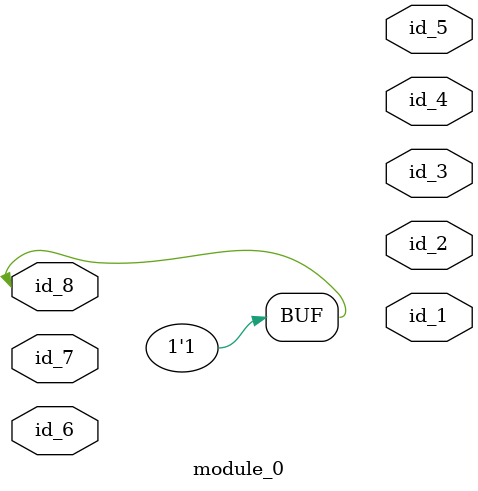
<source format=v>
module module_0 (
    id_1,
    id_2,
    id_3,
    id_4,
    id_5,
    id_6,
    id_7,
    id_8
);
  inout wire id_8;
  inout wire id_7;
  input wire id_6;
  output wire id_5;
  output wire id_4;
  output wire id_3;
  output wire id_2;
  output wire id_1;
  wire id_9, id_10, id_11;
  wire id_12;
  assign id_8 = 1;
endmodule
module module_1;
  supply1 id_2;
  wand id_3;
  module_0 modCall_1 (
      id_3,
      id_2,
      id_2,
      id_3,
      id_3,
      id_2,
      id_3,
      id_3
  );
  assign id_3 = 1;
endmodule
module module_2;
  wire id_3, id_4, id_5;
  module_0 modCall_1 (
      id_5,
      id_4,
      id_4,
      id_3,
      id_5,
      id_4,
      id_5,
      id_5
  );
endmodule

</source>
